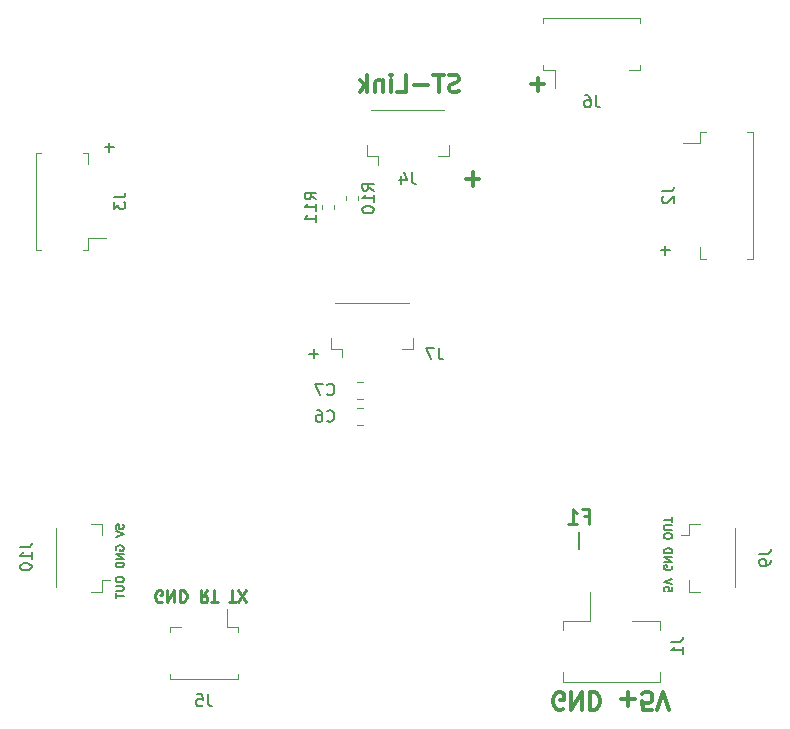
<source format=gbr>
G04 #@! TF.GenerationSoftware,KiCad,Pcbnew,(5.1.5)-3*
G04 #@! TF.CreationDate,2020-03-19T10:51:44+02:00*
G04 #@! TF.ProjectId,SeamlessVision,5365616d-6c65-4737-9356-6973696f6e2e,rev?*
G04 #@! TF.SameCoordinates,Original*
G04 #@! TF.FileFunction,Legend,Bot*
G04 #@! TF.FilePolarity,Positive*
%FSLAX46Y46*%
G04 Gerber Fmt 4.6, Leading zero omitted, Abs format (unit mm)*
G04 Created by KiCad (PCBNEW (5.1.5)-3) date 2020-03-19 10:51:44*
%MOMM*%
%LPD*%
G04 APERTURE LIST*
%ADD10C,0.150000*%
%ADD11C,0.300000*%
%ADD12C,0.250000*%
%ADD13C,0.120000*%
%ADD14C,0.200000*%
%ADD15C,0.254000*%
G04 APERTURE END LIST*
D10*
X92430952Y-113671428D02*
X91669047Y-113671428D01*
X92050000Y-114052380D02*
X92050000Y-113290476D01*
X45380952Y-104921428D02*
X44619047Y-104921428D01*
X45000000Y-105302380D02*
X45000000Y-104540476D01*
X45516666Y-137216666D02*
X45516666Y-136883333D01*
X45850000Y-136850000D01*
X45816666Y-136883333D01*
X45783333Y-136950000D01*
X45783333Y-137116666D01*
X45816666Y-137183333D01*
X45850000Y-137216666D01*
X45916666Y-137250000D01*
X46083333Y-137250000D01*
X46150000Y-137216666D01*
X46183333Y-137183333D01*
X46216666Y-137116666D01*
X46216666Y-136950000D01*
X46183333Y-136883333D01*
X46150000Y-136850000D01*
X45516666Y-137450000D02*
X46216666Y-137683333D01*
X45516666Y-137916666D01*
X45550000Y-139050000D02*
X45516666Y-138983333D01*
X45516666Y-138883333D01*
X45550000Y-138783333D01*
X45616666Y-138716666D01*
X45683333Y-138683333D01*
X45816666Y-138650000D01*
X45916666Y-138650000D01*
X46050000Y-138683333D01*
X46116666Y-138716666D01*
X46183333Y-138783333D01*
X46216666Y-138883333D01*
X46216666Y-138950000D01*
X46183333Y-139050000D01*
X46150000Y-139083333D01*
X45916666Y-139083333D01*
X45916666Y-138950000D01*
X46216666Y-139383333D02*
X45516666Y-139383333D01*
X46216666Y-139783333D01*
X45516666Y-139783333D01*
X46216666Y-140116666D02*
X45516666Y-140116666D01*
X45516666Y-140283333D01*
X45550000Y-140383333D01*
X45616666Y-140450000D01*
X45683333Y-140483333D01*
X45816666Y-140516666D01*
X45916666Y-140516666D01*
X46050000Y-140483333D01*
X46116666Y-140450000D01*
X46183333Y-140383333D01*
X46216666Y-140283333D01*
X46216666Y-140116666D01*
X45516666Y-141483333D02*
X45516666Y-141616666D01*
X45550000Y-141683333D01*
X45616666Y-141750000D01*
X45750000Y-141783333D01*
X45983333Y-141783333D01*
X46116666Y-141750000D01*
X46183333Y-141683333D01*
X46216666Y-141616666D01*
X46216666Y-141483333D01*
X46183333Y-141416666D01*
X46116666Y-141350000D01*
X45983333Y-141316666D01*
X45750000Y-141316666D01*
X45616666Y-141350000D01*
X45550000Y-141416666D01*
X45516666Y-141483333D01*
X45516666Y-142083333D02*
X46083333Y-142083333D01*
X46150000Y-142116666D01*
X46183333Y-142150000D01*
X46216666Y-142216666D01*
X46216666Y-142350000D01*
X46183333Y-142416666D01*
X46150000Y-142450000D01*
X46083333Y-142483333D01*
X45516666Y-142483333D01*
X45516666Y-142716666D02*
X45516666Y-143116666D01*
X46216666Y-142916666D02*
X45516666Y-142916666D01*
X92633333Y-142183333D02*
X92633333Y-142516666D01*
X92300000Y-142550000D01*
X92333333Y-142516666D01*
X92366666Y-142450000D01*
X92366666Y-142283333D01*
X92333333Y-142216666D01*
X92300000Y-142183333D01*
X92233333Y-142150000D01*
X92066666Y-142150000D01*
X92000000Y-142183333D01*
X91966666Y-142216666D01*
X91933333Y-142283333D01*
X91933333Y-142450000D01*
X91966666Y-142516666D01*
X92000000Y-142550000D01*
X92633333Y-141950000D02*
X91933333Y-141716666D01*
X92633333Y-141483333D01*
X92600000Y-140350000D02*
X92633333Y-140416666D01*
X92633333Y-140516666D01*
X92600000Y-140616666D01*
X92533333Y-140683333D01*
X92466666Y-140716666D01*
X92333333Y-140750000D01*
X92233333Y-140750000D01*
X92100000Y-140716666D01*
X92033333Y-140683333D01*
X91966666Y-140616666D01*
X91933333Y-140516666D01*
X91933333Y-140450000D01*
X91966666Y-140350000D01*
X92000000Y-140316666D01*
X92233333Y-140316666D01*
X92233333Y-140450000D01*
X91933333Y-140016666D02*
X92633333Y-140016666D01*
X91933333Y-139616666D01*
X92633333Y-139616666D01*
X91933333Y-139283333D02*
X92633333Y-139283333D01*
X92633333Y-139116666D01*
X92600000Y-139016666D01*
X92533333Y-138950000D01*
X92466666Y-138916666D01*
X92333333Y-138883333D01*
X92233333Y-138883333D01*
X92100000Y-138916666D01*
X92033333Y-138950000D01*
X91966666Y-139016666D01*
X91933333Y-139116666D01*
X91933333Y-139283333D01*
X92633333Y-137916666D02*
X92633333Y-137783333D01*
X92600000Y-137716666D01*
X92533333Y-137650000D01*
X92400000Y-137616666D01*
X92166666Y-137616666D01*
X92033333Y-137650000D01*
X91966666Y-137716666D01*
X91933333Y-137783333D01*
X91933333Y-137916666D01*
X91966666Y-137983333D01*
X92033333Y-138050000D01*
X92166666Y-138083333D01*
X92400000Y-138083333D01*
X92533333Y-138050000D01*
X92600000Y-137983333D01*
X92633333Y-137916666D01*
X92633333Y-137316666D02*
X92066666Y-137316666D01*
X92000000Y-137283333D01*
X91966666Y-137250000D01*
X91933333Y-137183333D01*
X91933333Y-137050000D01*
X91966666Y-136983333D01*
X92000000Y-136950000D01*
X92066666Y-136916666D01*
X92633333Y-136916666D01*
X92633333Y-136683333D02*
X92633333Y-136283333D01*
X91933333Y-136483333D02*
X92633333Y-136483333D01*
X62680952Y-122421428D02*
X61919047Y-122421428D01*
X62300000Y-122802380D02*
X62300000Y-122040476D01*
D11*
X74578571Y-100207142D02*
X74364285Y-100278571D01*
X74007142Y-100278571D01*
X73864285Y-100207142D01*
X73792857Y-100135714D01*
X73721428Y-99992857D01*
X73721428Y-99850000D01*
X73792857Y-99707142D01*
X73864285Y-99635714D01*
X74007142Y-99564285D01*
X74292857Y-99492857D01*
X74435714Y-99421428D01*
X74507142Y-99350000D01*
X74578571Y-99207142D01*
X74578571Y-99064285D01*
X74507142Y-98921428D01*
X74435714Y-98850000D01*
X74292857Y-98778571D01*
X73935714Y-98778571D01*
X73721428Y-98850000D01*
X73292857Y-98778571D02*
X72435714Y-98778571D01*
X72864285Y-100278571D02*
X72864285Y-98778571D01*
X71935714Y-99707142D02*
X70792857Y-99707142D01*
X69364285Y-100278571D02*
X70078571Y-100278571D01*
X70078571Y-98778571D01*
X68864285Y-100278571D02*
X68864285Y-99278571D01*
X68864285Y-98778571D02*
X68935714Y-98850000D01*
X68864285Y-98921428D01*
X68792857Y-98850000D01*
X68864285Y-98778571D01*
X68864285Y-98921428D01*
X68150000Y-99278571D02*
X68150000Y-100278571D01*
X68150000Y-99421428D02*
X68078571Y-99350000D01*
X67935714Y-99278571D01*
X67721428Y-99278571D01*
X67578571Y-99350000D01*
X67507142Y-99492857D01*
X67507142Y-100278571D01*
X66792857Y-100278571D02*
X66792857Y-98778571D01*
X66650000Y-99707142D02*
X66221428Y-100278571D01*
X66221428Y-99278571D02*
X66792857Y-99850000D01*
X81821428Y-99607142D02*
X80678571Y-99607142D01*
X81250000Y-100178571D02*
X81250000Y-99035714D01*
X76321428Y-107607142D02*
X75178571Y-107607142D01*
X75750000Y-108178571D02*
X75750000Y-107035714D01*
D12*
X49438095Y-143400000D02*
X49342857Y-143447619D01*
X49200000Y-143447619D01*
X49057142Y-143400000D01*
X48961904Y-143304761D01*
X48914285Y-143209523D01*
X48866666Y-143019047D01*
X48866666Y-142876190D01*
X48914285Y-142685714D01*
X48961904Y-142590476D01*
X49057142Y-142495238D01*
X49200000Y-142447619D01*
X49295238Y-142447619D01*
X49438095Y-142495238D01*
X49485714Y-142542857D01*
X49485714Y-142876190D01*
X49295238Y-142876190D01*
X49914285Y-142447619D02*
X49914285Y-143447619D01*
X50485714Y-142447619D01*
X50485714Y-143447619D01*
X50961904Y-142447619D02*
X50961904Y-143447619D01*
X51200000Y-143447619D01*
X51342857Y-143400000D01*
X51438095Y-143304761D01*
X51485714Y-143209523D01*
X51533333Y-143019047D01*
X51533333Y-142876190D01*
X51485714Y-142685714D01*
X51438095Y-142590476D01*
X51342857Y-142495238D01*
X51200000Y-142447619D01*
X50961904Y-142447619D01*
X53295238Y-142447619D02*
X52961904Y-142923809D01*
X52723809Y-142447619D02*
X52723809Y-143447619D01*
X53104761Y-143447619D01*
X53200000Y-143400000D01*
X53247619Y-143352380D01*
X53295238Y-143257142D01*
X53295238Y-143114285D01*
X53247619Y-143019047D01*
X53200000Y-142971428D01*
X53104761Y-142923809D01*
X52723809Y-142923809D01*
X53580952Y-143447619D02*
X54152380Y-143447619D01*
X53866666Y-142447619D02*
X53866666Y-143447619D01*
X55104761Y-143447619D02*
X55676190Y-143447619D01*
X55390476Y-142447619D02*
X55390476Y-143447619D01*
X55914285Y-143447619D02*
X56580952Y-142447619D01*
X56580952Y-143447619D02*
X55914285Y-142447619D01*
D11*
X83400000Y-152500000D02*
X83257142Y-152571428D01*
X83042857Y-152571428D01*
X82828571Y-152500000D01*
X82685714Y-152357142D01*
X82614285Y-152214285D01*
X82542857Y-151928571D01*
X82542857Y-151714285D01*
X82614285Y-151428571D01*
X82685714Y-151285714D01*
X82828571Y-151142857D01*
X83042857Y-151071428D01*
X83185714Y-151071428D01*
X83400000Y-151142857D01*
X83471428Y-151214285D01*
X83471428Y-151714285D01*
X83185714Y-151714285D01*
X84114285Y-151071428D02*
X84114285Y-152571428D01*
X84971428Y-151071428D01*
X84971428Y-152571428D01*
X85685714Y-151071428D02*
X85685714Y-152571428D01*
X86042857Y-152571428D01*
X86257142Y-152500000D01*
X86400000Y-152357142D01*
X86471428Y-152214285D01*
X86542857Y-151928571D01*
X86542857Y-151714285D01*
X86471428Y-151428571D01*
X86400000Y-151285714D01*
X86257142Y-151142857D01*
X86042857Y-151071428D01*
X85685714Y-151071428D01*
X88328571Y-151642857D02*
X89471428Y-151642857D01*
X88900000Y-151071428D02*
X88900000Y-152214285D01*
X90900000Y-152571428D02*
X90185714Y-152571428D01*
X90114285Y-151857142D01*
X90185714Y-151928571D01*
X90328571Y-152000000D01*
X90685714Y-152000000D01*
X90828571Y-151928571D01*
X90900000Y-151857142D01*
X90971428Y-151714285D01*
X90971428Y-151357142D01*
X90900000Y-151214285D01*
X90828571Y-151142857D01*
X90685714Y-151071428D01*
X90328571Y-151071428D01*
X90185714Y-151142857D01*
X90114285Y-151214285D01*
X91400000Y-152571428D02*
X91900000Y-151071428D01*
X92400000Y-152571428D01*
D13*
X95490000Y-103640000D02*
X95040000Y-103640000D01*
X95040000Y-103640000D02*
X95040000Y-104590000D01*
X95040000Y-104590000D02*
X93550000Y-104590000D01*
X95490000Y-114360000D02*
X95040000Y-114360000D01*
X95040000Y-114360000D02*
X95040000Y-113410000D01*
X99010000Y-103640000D02*
X99460000Y-103640000D01*
X99460000Y-103640000D02*
X99460000Y-114360000D01*
X99460000Y-114360000D02*
X99010000Y-114360000D01*
X66508578Y-128460000D02*
X65991422Y-128460000D01*
X66508578Y-127040000D02*
X65991422Y-127040000D01*
X66508578Y-124790000D02*
X65991422Y-124790000D01*
X66508578Y-126210000D02*
X65991422Y-126210000D01*
X64990000Y-109412779D02*
X64990000Y-109087221D01*
X66010000Y-109412779D02*
X66010000Y-109087221D01*
X62990000Y-109837221D02*
X62990000Y-110162779D01*
X64010000Y-109837221D02*
X64010000Y-110162779D01*
D14*
X84750000Y-138975000D02*
X84750000Y-137525000D01*
D13*
X42760000Y-113610000D02*
X43210000Y-113610000D01*
X43210000Y-113610000D02*
X43210000Y-112660000D01*
X43210000Y-112660000D02*
X44700000Y-112660000D01*
X42760000Y-105390000D02*
X43210000Y-105390000D01*
X43210000Y-105390000D02*
X43210000Y-106340000D01*
X39240000Y-113610000D02*
X38790000Y-113610000D01*
X38790000Y-113610000D02*
X38790000Y-105390000D01*
X38790000Y-105390000D02*
X39240000Y-105390000D01*
X66765000Y-104760000D02*
X66765000Y-105710000D01*
X66765000Y-105710000D02*
X67715000Y-105710000D01*
X67715000Y-105710000D02*
X67715000Y-106400000D01*
X73735000Y-104760000D02*
X73735000Y-105710000D01*
X73735000Y-105710000D02*
X72785000Y-105710000D01*
X67135000Y-101790000D02*
X73365000Y-101790000D01*
X55860000Y-145990000D02*
X55860000Y-145540000D01*
X55860000Y-145540000D02*
X54910000Y-145540000D01*
X54910000Y-145540000D02*
X54910000Y-144050000D01*
X50140000Y-145990000D02*
X50140000Y-145540000D01*
X50140000Y-145540000D02*
X51090000Y-145540000D01*
X55860000Y-149510000D02*
X55860000Y-149960000D01*
X55860000Y-149960000D02*
X50140000Y-149960000D01*
X50140000Y-149960000D02*
X50140000Y-149510000D01*
X89960000Y-93990000D02*
X89960000Y-94440000D01*
X81740000Y-93990000D02*
X89960000Y-93990000D01*
X81740000Y-94440000D02*
X81740000Y-93990000D01*
X89960000Y-98410000D02*
X89010000Y-98410000D01*
X89960000Y-97960000D02*
X89960000Y-98410000D01*
X82690000Y-98410000D02*
X82690000Y-99900000D01*
X81740000Y-98410000D02*
X82690000Y-98410000D01*
X81740000Y-97960000D02*
X81740000Y-98410000D01*
X85725000Y-145025000D02*
X85725000Y-142625000D01*
X91575000Y-145025000D02*
X89275000Y-145025000D01*
X91575000Y-145850000D02*
X91575000Y-145025000D01*
X83425000Y-145025000D02*
X85725000Y-145025000D01*
X83425000Y-145850000D02*
X83425000Y-145025000D01*
X91575000Y-150225000D02*
X91575000Y-149400000D01*
X83425000Y-150225000D02*
X91575000Y-150225000D01*
X83425000Y-149400000D02*
X83425000Y-150225000D01*
X63765000Y-121060000D02*
X63765000Y-122010000D01*
X63765000Y-122010000D02*
X64715000Y-122010000D01*
X64715000Y-122010000D02*
X64715000Y-122700000D01*
X70735000Y-121060000D02*
X70735000Y-122010000D01*
X70735000Y-122010000D02*
X69785000Y-122010000D01*
X64135000Y-118090000D02*
X70365000Y-118090000D01*
X94990000Y-136840000D02*
X94040000Y-136840000D01*
X94040000Y-136840000D02*
X94040000Y-137790000D01*
X94040000Y-137790000D02*
X93350000Y-137790000D01*
X94990000Y-142560000D02*
X94040000Y-142560000D01*
X94040000Y-142560000D02*
X94040000Y-141610000D01*
X97960000Y-137210000D02*
X97960000Y-142190000D01*
X40470000Y-142190000D02*
X40470000Y-137210000D01*
X44390000Y-136840000D02*
X44390000Y-137790000D01*
X43440000Y-136840000D02*
X44390000Y-136840000D01*
X44390000Y-141610000D02*
X45080000Y-141610000D01*
X44390000Y-142560000D02*
X44390000Y-141610000D01*
X43440000Y-142560000D02*
X44390000Y-142560000D01*
D10*
X91802380Y-108666666D02*
X92516666Y-108666666D01*
X92659523Y-108619047D01*
X92754761Y-108523809D01*
X92802380Y-108380952D01*
X92802380Y-108285714D01*
X91897619Y-109095238D02*
X91850000Y-109142857D01*
X91802380Y-109238095D01*
X91802380Y-109476190D01*
X91850000Y-109571428D01*
X91897619Y-109619047D01*
X91992857Y-109666666D01*
X92088095Y-109666666D01*
X92230952Y-109619047D01*
X92802380Y-109047619D01*
X92802380Y-109666666D01*
X63416666Y-128107142D02*
X63464285Y-128154761D01*
X63607142Y-128202380D01*
X63702380Y-128202380D01*
X63845238Y-128154761D01*
X63940476Y-128059523D01*
X63988095Y-127964285D01*
X64035714Y-127773809D01*
X64035714Y-127630952D01*
X63988095Y-127440476D01*
X63940476Y-127345238D01*
X63845238Y-127250000D01*
X63702380Y-127202380D01*
X63607142Y-127202380D01*
X63464285Y-127250000D01*
X63416666Y-127297619D01*
X62559523Y-127202380D02*
X62750000Y-127202380D01*
X62845238Y-127250000D01*
X62892857Y-127297619D01*
X62988095Y-127440476D01*
X63035714Y-127630952D01*
X63035714Y-128011904D01*
X62988095Y-128107142D01*
X62940476Y-128154761D01*
X62845238Y-128202380D01*
X62654761Y-128202380D01*
X62559523Y-128154761D01*
X62511904Y-128107142D01*
X62464285Y-128011904D01*
X62464285Y-127773809D01*
X62511904Y-127678571D01*
X62559523Y-127630952D01*
X62654761Y-127583333D01*
X62845238Y-127583333D01*
X62940476Y-127630952D01*
X62988095Y-127678571D01*
X63035714Y-127773809D01*
X63416666Y-125857142D02*
X63464285Y-125904761D01*
X63607142Y-125952380D01*
X63702380Y-125952380D01*
X63845238Y-125904761D01*
X63940476Y-125809523D01*
X63988095Y-125714285D01*
X64035714Y-125523809D01*
X64035714Y-125380952D01*
X63988095Y-125190476D01*
X63940476Y-125095238D01*
X63845238Y-125000000D01*
X63702380Y-124952380D01*
X63607142Y-124952380D01*
X63464285Y-125000000D01*
X63416666Y-125047619D01*
X63083333Y-124952380D02*
X62416666Y-124952380D01*
X62845238Y-125952380D01*
X67382380Y-108607142D02*
X66906190Y-108273809D01*
X67382380Y-108035714D02*
X66382380Y-108035714D01*
X66382380Y-108416666D01*
X66430000Y-108511904D01*
X66477619Y-108559523D01*
X66572857Y-108607142D01*
X66715714Y-108607142D01*
X66810952Y-108559523D01*
X66858571Y-108511904D01*
X66906190Y-108416666D01*
X66906190Y-108035714D01*
X67382380Y-109559523D02*
X67382380Y-108988095D01*
X67382380Y-109273809D02*
X66382380Y-109273809D01*
X66525238Y-109178571D01*
X66620476Y-109083333D01*
X66668095Y-108988095D01*
X66382380Y-110178571D02*
X66382380Y-110273809D01*
X66430000Y-110369047D01*
X66477619Y-110416666D01*
X66572857Y-110464285D01*
X66763333Y-110511904D01*
X67001428Y-110511904D01*
X67191904Y-110464285D01*
X67287142Y-110416666D01*
X67334761Y-110369047D01*
X67382380Y-110273809D01*
X67382380Y-110178571D01*
X67334761Y-110083333D01*
X67287142Y-110035714D01*
X67191904Y-109988095D01*
X67001428Y-109940476D01*
X66763333Y-109940476D01*
X66572857Y-109988095D01*
X66477619Y-110035714D01*
X66430000Y-110083333D01*
X66382380Y-110178571D01*
X62522380Y-109357142D02*
X62046190Y-109023809D01*
X62522380Y-108785714D02*
X61522380Y-108785714D01*
X61522380Y-109166666D01*
X61570000Y-109261904D01*
X61617619Y-109309523D01*
X61712857Y-109357142D01*
X61855714Y-109357142D01*
X61950952Y-109309523D01*
X61998571Y-109261904D01*
X62046190Y-109166666D01*
X62046190Y-108785714D01*
X62522380Y-110309523D02*
X62522380Y-109738095D01*
X62522380Y-110023809D02*
X61522380Y-110023809D01*
X61665238Y-109928571D01*
X61760476Y-109833333D01*
X61808095Y-109738095D01*
X62522380Y-111261904D02*
X62522380Y-110690476D01*
X62522380Y-110976190D02*
X61522380Y-110976190D01*
X61665238Y-110880952D01*
X61760476Y-110785714D01*
X61808095Y-110690476D01*
D15*
X85173333Y-136159285D02*
X85596666Y-136159285D01*
X85596666Y-136824523D02*
X85596666Y-135554523D01*
X84991904Y-135554523D01*
X83842857Y-136824523D02*
X84568571Y-136824523D01*
X84205714Y-136824523D02*
X84205714Y-135554523D01*
X84326666Y-135735952D01*
X84447619Y-135856904D01*
X84568571Y-135917380D01*
D10*
X45352380Y-109166666D02*
X46066666Y-109166666D01*
X46209523Y-109119047D01*
X46304761Y-109023809D01*
X46352380Y-108880952D01*
X46352380Y-108785714D01*
X45352380Y-109547619D02*
X45352380Y-110166666D01*
X45733333Y-109833333D01*
X45733333Y-109976190D01*
X45780952Y-110071428D01*
X45828571Y-110119047D01*
X45923809Y-110166666D01*
X46161904Y-110166666D01*
X46257142Y-110119047D01*
X46304761Y-110071428D01*
X46352380Y-109976190D01*
X46352380Y-109690476D01*
X46304761Y-109595238D01*
X46257142Y-109547619D01*
X70583333Y-107052380D02*
X70583333Y-107766666D01*
X70630952Y-107909523D01*
X70726190Y-108004761D01*
X70869047Y-108052380D01*
X70964285Y-108052380D01*
X69678571Y-107385714D02*
X69678571Y-108052380D01*
X69916666Y-107004761D02*
X70154761Y-107719047D01*
X69535714Y-107719047D01*
X53333333Y-151252380D02*
X53333333Y-151966666D01*
X53380952Y-152109523D01*
X53476190Y-152204761D01*
X53619047Y-152252380D01*
X53714285Y-152252380D01*
X52380952Y-151252380D02*
X52857142Y-151252380D01*
X52904761Y-151728571D01*
X52857142Y-151680952D01*
X52761904Y-151633333D01*
X52523809Y-151633333D01*
X52428571Y-151680952D01*
X52380952Y-151728571D01*
X52333333Y-151823809D01*
X52333333Y-152061904D01*
X52380952Y-152157142D01*
X52428571Y-152204761D01*
X52523809Y-152252380D01*
X52761904Y-152252380D01*
X52857142Y-152204761D01*
X52904761Y-152157142D01*
X86183333Y-100552380D02*
X86183333Y-101266666D01*
X86230952Y-101409523D01*
X86326190Y-101504761D01*
X86469047Y-101552380D01*
X86564285Y-101552380D01*
X85278571Y-100552380D02*
X85469047Y-100552380D01*
X85564285Y-100600000D01*
X85611904Y-100647619D01*
X85707142Y-100790476D01*
X85754761Y-100980952D01*
X85754761Y-101361904D01*
X85707142Y-101457142D01*
X85659523Y-101504761D01*
X85564285Y-101552380D01*
X85373809Y-101552380D01*
X85278571Y-101504761D01*
X85230952Y-101457142D01*
X85183333Y-101361904D01*
X85183333Y-101123809D01*
X85230952Y-101028571D01*
X85278571Y-100980952D01*
X85373809Y-100933333D01*
X85564285Y-100933333D01*
X85659523Y-100980952D01*
X85707142Y-101028571D01*
X85754761Y-101123809D01*
X92552380Y-146816666D02*
X93266666Y-146816666D01*
X93409523Y-146769047D01*
X93504761Y-146673809D01*
X93552380Y-146530952D01*
X93552380Y-146435714D01*
X93552380Y-147816666D02*
X93552380Y-147245238D01*
X93552380Y-147530952D02*
X92552380Y-147530952D01*
X92695238Y-147435714D01*
X92790476Y-147340476D01*
X92838095Y-147245238D01*
X72883333Y-121902380D02*
X72883333Y-122616666D01*
X72930952Y-122759523D01*
X73026190Y-122854761D01*
X73169047Y-122902380D01*
X73264285Y-122902380D01*
X72502380Y-121902380D02*
X71835714Y-121902380D01*
X72264285Y-122902380D01*
X100002380Y-139366666D02*
X100716666Y-139366666D01*
X100859523Y-139319047D01*
X100954761Y-139223809D01*
X101002380Y-139080952D01*
X101002380Y-138985714D01*
X101002380Y-139890476D02*
X101002380Y-140080952D01*
X100954761Y-140176190D01*
X100907142Y-140223809D01*
X100764285Y-140319047D01*
X100573809Y-140366666D01*
X100192857Y-140366666D01*
X100097619Y-140319047D01*
X100050000Y-140271428D01*
X100002380Y-140176190D01*
X100002380Y-139985714D01*
X100050000Y-139890476D01*
X100097619Y-139842857D01*
X100192857Y-139795238D01*
X100430952Y-139795238D01*
X100526190Y-139842857D01*
X100573809Y-139890476D01*
X100621428Y-139985714D01*
X100621428Y-140176190D01*
X100573809Y-140271428D01*
X100526190Y-140319047D01*
X100430952Y-140366666D01*
X37402380Y-138790476D02*
X38116666Y-138790476D01*
X38259523Y-138742857D01*
X38354761Y-138647619D01*
X38402380Y-138504761D01*
X38402380Y-138409523D01*
X38402380Y-139790476D02*
X38402380Y-139219047D01*
X38402380Y-139504761D02*
X37402380Y-139504761D01*
X37545238Y-139409523D01*
X37640476Y-139314285D01*
X37688095Y-139219047D01*
X37402380Y-140409523D02*
X37402380Y-140504761D01*
X37450000Y-140600000D01*
X37497619Y-140647619D01*
X37592857Y-140695238D01*
X37783333Y-140742857D01*
X38021428Y-140742857D01*
X38211904Y-140695238D01*
X38307142Y-140647619D01*
X38354761Y-140600000D01*
X38402380Y-140504761D01*
X38402380Y-140409523D01*
X38354761Y-140314285D01*
X38307142Y-140266666D01*
X38211904Y-140219047D01*
X38021428Y-140171428D01*
X37783333Y-140171428D01*
X37592857Y-140219047D01*
X37497619Y-140266666D01*
X37450000Y-140314285D01*
X37402380Y-140409523D01*
M02*

</source>
